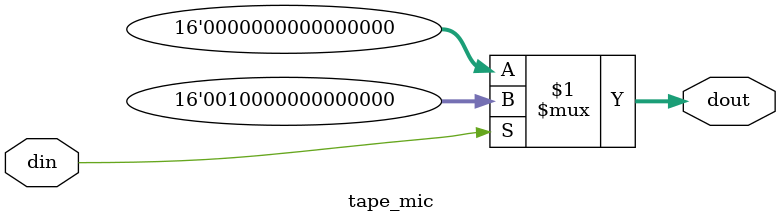
<source format=v>
`timescale 1ns / 1ps


module tape_mic #(
    parameter   AUDIO_DW    =   16,
    parameter   VOLUME      =   16'h20_00
)(
    input                        din,

    output      [AUDIO_DW-1:0]   dout
);

    assign dout  = din ? VOLUME : {AUDIO_DW{1'b0}};

endmodule

</source>
